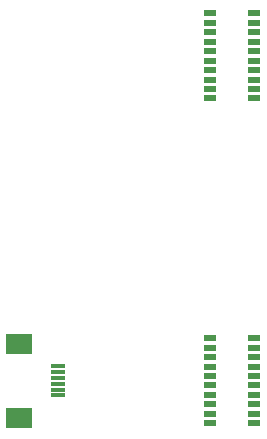
<source format=gbr>
%TF.GenerationSoftware,KiCad,Pcbnew,8.0.3*%
%TF.CreationDate,2024-07-26T09:17:15-04:00*%
%TF.ProjectId,touch_adaptor,746f7563-685f-4616-9461-70746f722e6b,rev?*%
%TF.SameCoordinates,Original*%
%TF.FileFunction,Paste,Top*%
%TF.FilePolarity,Positive*%
%FSLAX46Y46*%
G04 Gerber Fmt 4.6, Leading zero omitted, Abs format (unit mm)*
G04 Created by KiCad (PCBNEW 8.0.3) date 2024-07-26 09:17:15*
%MOMM*%
%LPD*%
G01*
G04 APERTURE LIST*
%ADD10R,1.100000X0.500000*%
%ADD11R,1.300000X0.300000*%
%ADD12R,2.200000X1.800000*%
G04 APERTURE END LIST*
D10*
%TO.C,J3*%
X122900000Y-56400000D03*
X119100000Y-56400000D03*
X122900000Y-57200000D03*
X119100000Y-57200000D03*
X122900000Y-58000000D03*
X119100000Y-58000000D03*
X122900000Y-58800000D03*
X119100000Y-58800000D03*
X122900000Y-59600000D03*
X119100000Y-59600000D03*
X122900000Y-60400000D03*
X119100000Y-60400000D03*
X122900000Y-61200000D03*
X119100000Y-61200000D03*
X122900000Y-62000000D03*
X119100000Y-62000000D03*
X122900000Y-62800000D03*
X119100000Y-62800000D03*
X122900000Y-63600000D03*
X119100000Y-63600000D03*
%TD*%
%TO.C,J4*%
X122900000Y-83900000D03*
X119100000Y-83900000D03*
X122900000Y-84700000D03*
X119100000Y-84700000D03*
X122900000Y-85500000D03*
X119100000Y-85500000D03*
X122900000Y-86300000D03*
X119100000Y-86300000D03*
X122900000Y-87100000D03*
X119100000Y-87100000D03*
X122900000Y-87900000D03*
X119100000Y-87900000D03*
X122900000Y-88700000D03*
X119100000Y-88700000D03*
X122900000Y-89500000D03*
X119100000Y-89500000D03*
X122900000Y-90300000D03*
X119100000Y-90300000D03*
X122900000Y-91100000D03*
X119100000Y-91100000D03*
%TD*%
D11*
%TO.C,J1*%
X106250000Y-86250000D03*
X106250000Y-86750000D03*
X106250000Y-87250000D03*
X106250000Y-87750000D03*
X106250000Y-88250000D03*
X106250000Y-88750000D03*
D12*
X103000000Y-84350000D03*
X103000000Y-90650000D03*
%TD*%
M02*

</source>
